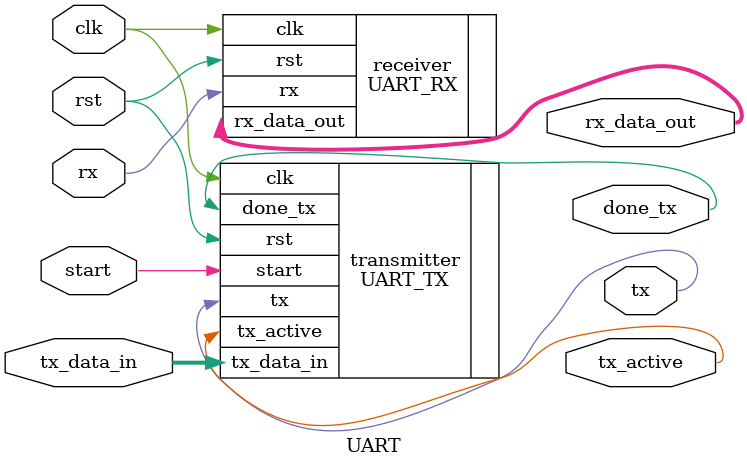
<source format=sv>
module UART (
    input logic clk, rst,
    input logic rx,
    input logic [7:0] tx_data_in,
    input logic start,
    output logic tx, 
    output logic [7:0] rx_data_out,
    output logic tx_active,
    output logic done_tx
);

parameter CLK_FREQ = 50000000; //MHz
parameter BAUD_RATE = 19200; //bits per second
parameter CLK_DIVIDE = (CLK_FREQ/BAUD_RATE);

    UART_RX 
        #(.CLK_FREQ(CLK_FREQ),
          .BAUD_RATE(BAUD_RATE))
    receiver (
        .clk(clk),
        .rst(rst),
        .rx(rx),
        .rx_data_out(rx_data_out)
    );

    UART_TX 
        #(.CLK_FREQ(CLK_FREQ),
          .BAUD_RATE(BAUD_RATE))
    transmitter (
        .clk(clk),
        .rst(rst),
        .start(start),
        .tx_data_in(tx_data_in),
        .tx(tx),
        .tx_active(tx_active),
        .done_tx(done_tx)
    );

endmodule


</source>
